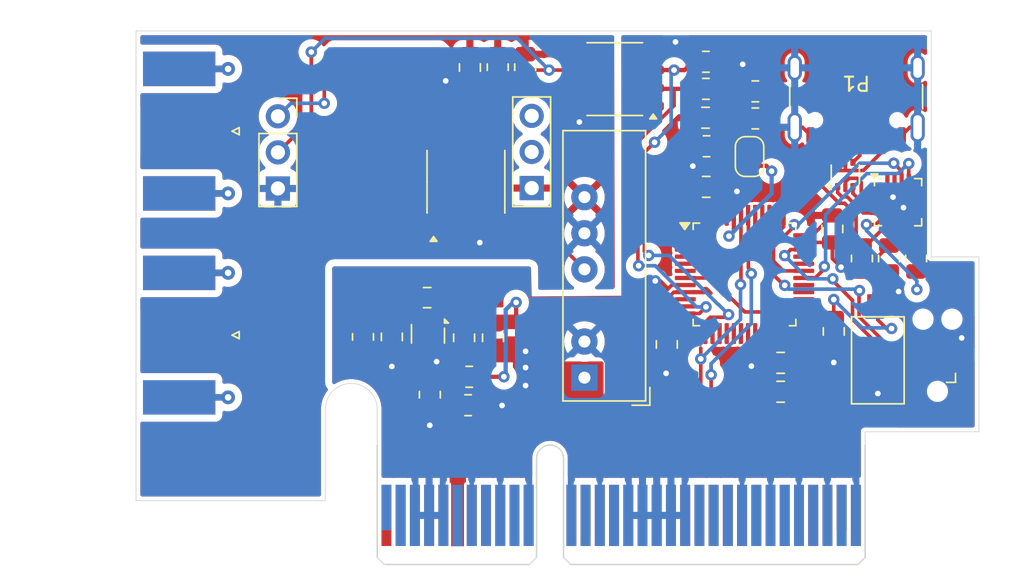
<source format=kicad_pcb>
(kicad_pcb (version 20240108) (generator "pcbnew") (generator_version "8.0")
  (layers (0 "F.Cu" mixed) (31 "B.Cu" mixed) (34 "B.Paste" user) (35 "F.Paste" user) (36 "B.SilkS" user "B.Silkscreen") (37 "F.SilkS" user "F.Silkscreen") (38 "B.Mask" user) (39 "F.Mask" user) (44 "Edge.Cuts" user))
  (net 0 "")
  (net 1 "GND")
  (net 2 "+5V")
  (net 3 "Net-(U7-Vin)")
  (net 4 "VSensor")
  (net 5 "+5V_ISO")
  (net 6 "GND_ISO")
  (net 7 "/NRST")
  (net 9 "/SWDIO")
  (net 10 "/SWCLK")
  (net 11 "Net-(J3-Ext)")
  (net 12 "Net-(J3-In)")
  (net 13 "Net-(J4-Ext)")
  (net 14 "Net-(J4-In)")
  (net 15 "/BOOT")
  (net 16 "Net-(U7-LX1)")
  (net 17 "Net-(U7-LX2)")
  (net 18 "Net-(P1-VCONN)")
  (net 19 "Net-(U2-VREGIN)")
  (net 20 "Net-(P1-CC)")
  (net 21 "Net-(P1-D+)")
  (net 22 "Net-(P1-D-)")
  (net 23 "-5V_ISO")
  (net 24 "Net-(U2-~{RST})")
  (net 25 "Net-(U2-VDD)")
  (net 26 "Net-(U2-VBUS)")
  (net 27 "Net-(U7-FB)")
  (net 28 "Net-(U7-MODE)")
  (net 29 "/LPUART1_TX")
  (net 30 "/LPUART1_RX")
  (net 31 "Net-(U5-RX{slash}SCL)")
  (net 32 "Net-(U5-TX{slash}SDA)")
  (net 64 "/UART2_TX")
  (net 65 "Net-(U2-D-)")
  (net 67 "/UART2_RX")
  (net 75 "Net-(U2-D+)")
  (net 77 "Net-(U4-D2)")
  (net 78 "/PRB_EN")
  (net 79 "Net-(U4-D1)")
  (net 80 "/PRB_SEL_A")
  (net 81 "/PRB_SEL_B")
  (net 82 "/BOOST_EN")
  (net 84 "/SensorConnector/SGPIO1")
  (net 85 "/SensorConnector/GPIO3")
  (net 86 "/SensorConnector/GPIO7")
  (net 87 "/SensorConnector/GPIO8")
  (net 88 "/SensorConnector/INT3")
  (net 89 "/SensorConnector/VBUS")
  (net 91 "/SensorConnector/VREF")
  (net 92 "/SensorConnector/SGPIO0")
  (net 93 "/SensorConnector/INT1")
  (net 95 "/SensorConnector/SGPIO2")
  (net 96 "/MOD_ID1")
  (net 97 "/SensorConnector/INT4")
  (net 98 "/SensorConnector/GPIO2")
  (net 99 "/SensorConnector/GPIO1")
  (net 100 "/SensorConnector/GPIO6")
  (net 101 "/I2C_SDA")
  (net 102 "/MOD_ID2")
  (net 103 "/SensorConnector/INT5")
  (net 104 "/SensorConnector/GPIO4")
  (net 105 "/MOD_ID3")
  (net 106 "/SensorConnector/INT6")
  (net 107 "/I2C_SCL")
  (net 109 "/SensorConnector/VAlways")
  (net 110 "/SensorConnector/INT2")
  (net 111 "/SensorConnector/GPIO5")
  (footprint "Capacitor_SMD:C_0805_2012Metric" (layer "F.Cu") (at 157.861 69.789 -90)
    (property "Reference" "C1" (hide yes))
    (property "Value" "100n")
  )
  (footprint "Connector:Tag-Connect_TC2030-IDC-NL_2x03_P1.27mm_Vertical" (layer "F.Cu") (at 191.135 71.0184 90)
    (property "Reference" "J2" (hide yes))
    (property "Value" "PROG")
  )
  (footprint "Inductor_SMD:L_0805_2012Metric_Pad1.15x1.40mm_HandSolder" (layer "F.Cu") (at 155.264 66.963)
    (property "Reference" "L1" (hide yes))
    (property "Value" "1uH @ 2.1A")
  )
  (footprint "Resistor_SMD:R_0805_2012Metric" (layer "F.Cu") (at 150.7528 69.7287 -90)
    (property "Reference" "R8" (hide yes))
    (property "Value" "27")
  )
  (footprint "Resistor_SMD:R_0805_2012Metric" (layer "F.Cu") (at 158.2185 72.5322)
    (property "Reference" "R6" (hide yes))
    (property "Value" "806k")
  )
  (footprint "Resistor_SMD:R_0805_2012Metric" (layer "F.Cu") (at 155.4518 73.7927 -90)
    (property "Reference" "R9" (hide yes))
    (property "Value" "10k")
  )
  (footprint "Capacitor_SMD:C_0805_2012Metric" (layer "F.Cu") (at 183.7436 62.1284 -90)
    (property "Reference" "C9" (hide yes))
    (property "Value" "100n")
  )
  (footprint "Capacitor_SMD:C_0805_2012Metric" (layer "F.Cu") (at 174.8813 59.1695)
    (property "Reference" "C7" (hide yes))
    (property "Value" "100n")
  )
  (footprint "Package_SO:SOIC-8_3.9x4.9mm_P1.27mm" (layer "F.Cu") (at 168.4528 51.5874 180)
    (property "Reference" "U6" (hide yes))
    (property "Value" "SI8600AB-B-IS")
  )
  (footprint "Converter_DCDC:Converter_DCDC_XP_POWER-IAxxxxS_THT" (layer "F.Cu") (at 166.3192 72.5932 180)
    (property "Reference" "PS1" (hide yes))
    (property "Value" "IA0505S")
  )
  (footprint "Resistor_SMD:R_0805_2012Metric" (layer "F.Cu") (at 189.6364 64.2093 -90)
    (property "Reference" "R3" (hide yes))
    (property "Value" "1k")
  )
  (footprint "Capacitor_SMD:C_0805_2012Metric" (layer "F.Cu") (at 158.2674 50.7746 -90)
    (property "Reference" "C5" (hide yes))
    (property "Value" "100n")
  )
  (footprint "Connector_Coaxial:SMA_Molex_73251-1153_EdgeMount_Horizontal" (layer "F.Cu") (at 139.55 55.25)
    (property "Reference" "J3" (hide yes))
    (property "Value" "PRB1")
  )
  (footprint "Capacitor_SMD:C_0805_2012Metric" (layer "F.Cu") (at 174.832 54.3052)
    (property "Reference" "C4" (hide yes))
    (property "Value" "100n")
  )
  (footprint "Resistor_SMD:R_0805_2012Metric" (layer "F.Cu") (at 187.7314 64.2093 90)
    (property "Reference" "R5" (hide yes))
    (property "Value" "47k5")
  )
  (footprint "Capacitor_SMD:C_0805_2012Metric" (layer "F.Cu") (at 183.8452 69.342 -90)
    (property "Reference" "C6" (hide yes))
    (property "Value" "100n")
  )
  (footprint "Resistor_SMD:R_0805_2012Metric" (layer "F.Cu") (at 178.3315 54.356 180)
    (property "Reference" "R2" (hide yes))
    (property "Value" "5k2")
  )
  (footprint "AtlasScientific:EZO_EZ" (layer "F.Cu") (at 144.8308 56.7436 90)
    (property "Reference" "U5" (hide yes))
    (property "Value" "EZO-EC™")
  )
  (footprint "Resistor_SMD:R_0805_2012Metric" (layer "F.Cu") (at 174.9044 56.3118)
    (property "Reference" "R14" (hide yes))
    (property "Value" "1k")
  )
  (footprint "Resistor_SMD:R_0805_2012Metric" (layer "F.Cu") (at 160.2232 50.7492 -90)
    (property "Reference" "R12" (hide yes))
    (property "Value" "3k")
  )
  (footprint "Capacitor_SMD:C_0805_2012Metric" (layer "F.Cu") (at 152.781 69.723 -90)
    (property "Reference" "C3" (hide yes))
    (property "Value" "22u")
  )
  (footprint "Resistor_SMD:R_0805_2012Metric" (layer "F.Cu") (at 185.8264 64.2093 90)
    (property "Reference" "R4" (hide yes))
    (property "Value" "22k1")
  )
  (footprint "Connector_Coaxial:SMA_Molex_73251-1153_EdgeMount_Horizontal" (layer "F.Cu") (at 139.55 69.6)
    (property "Reference" "J4" (hide yes))
    (property "Value" "PRB2")
  )
  (footprint "Connector_USB:USB_C_Receptacle_GCT_USB4105-xx-A_16P_TopMnt_Horizontal" (layer "F.Cu") (at 185.42 51.87 180)
    (property "Reference" "P1")
    (property "Value" "USB_C_Plug_USB2.0")
  )
  (footprint "Resistor_SMD:R_0805_2012Metric" (layer "F.Cu") (at 174.8555 52.2732 180)
    (property "Reference" "R10" (hide yes))
    (property "Value" "3k")
  )
  (footprint "Package_QFP:LQFP-48_7x7mm_P0.5mm" (layer "F.Cu") (at 177.5714 65.3288)
    (property "Reference" "U1" (hide yes))
    (property "Value" "STM32L010C6Tx")
  )
  (footprint "Connector_PCBEdge:BUS_PCIexpress_x4" (layer "F.Cu") (at 152.4 82.2872)
    (property "Reference" "U8" (hide yes))
    (property "Value" "PCIEx4")
    (fp_line (start -0.65 -4.95) (end -0.65 2.95) (stroke (width 0.1)) (layer "Edge.Cuts"))
    (fp_line (start -0.65 2.95) (end -0.15 3.45) (stroke (width 0.1)) (layer "Edge.Cuts"))
    (fp_line (start -0.15 3.45) (end 10.05 3.45) (stroke (width 0.1)) (layer "Edge.Cuts"))
    (fp_line (start 10.55 -4) (end 10.55 2.95) (stroke (width 0.1)) (layer "Edge.Cuts"))
    (fp_line (start 10.55 2.95) (end 10.05 3.45) (stroke (width 0.1)) (layer "Edge.Cuts"))
    (fp_line (start 12.45 -4) (end 12.45 2.95) (stroke (width 0.1)) (layer "Edge.Cuts"))
    (fp_line (start 12.45 2.95) (end 12.95 3.45) (stroke (width 0.1)) (layer "Edge.Cuts"))
    (fp_line (start 12.95 3.45) (end 33.15 3.45) (stroke (width 0.1)) (layer "Edge.Cuts"))
    (fp_line (start 33.65 -4.95) (end 33.65 2.95) (stroke (width 0.1)) (layer "Edge.Cuts"))
    (fp_line (start 33.65 2.95) (end 33.15 3.45) (stroke (width 0.1)) (layer "Edge.Cuts"))
    (fp_arc (start 10.55 -4) (mid 11.5 -4.95) (end 12.45 -4) (stroke (width 0.1)) (layer "Edge.Cuts"))
  )
  (footprint "Capacitor_SMD:C_0805_2012Metric" (layer "F.Cu") (at 180.1114 73.5838 180)
    (property "Reference" "C11" (hide yes))
    (property "Value" "4u7")
  )
  (footprint "Capacitor_SMD:C_0805_2012Metric" (layer "F.Cu") (at 180.1114 71.5518 180)
    (property "Reference" "C8" (hide yes))
    (property "Value" "100n")
  )
  (footprint "Jumper:SolderJumper-2_P1.3mm_Open_RoundedPad1.0x1.5mm" (layer "F.Cu") (at 177.927 57.038 90)
    (property "Reference" "JP1" (hide yes))
    (property "Value" "BOOT")
  )
  (footprint "Resistor_SMD:R_0805_2012Metric" (layer "F.Cu") (at 162.1536 50.7492 -90)
    (property "Reference" "R13" (hide yes))
    (property "Value" "3k")
  )
  (footprint "Button_Switch_SMD:SW_SPST_CK_RS282G05A3" (layer "F.Cu") (at 186.944 71.374 90)
    (property "Reference" "SW1" (hide yes))
    (property "Value" "RESET")
  )
  (footprint "Capacitor_SMD:C_0805_2012Metric" (layer "F.Cu") (at 159.893 69.789 -90)
    (property "Reference" "C2" (hide yes))
    (property "Value" "47u")
  )
  (footprint "Resistor_SMD:R_0805_2012Metric" (layer "F.Cu") (at 158.1423 74.5312 180)
    (property "Reference" "R7" (hide yes))
    (property "Value" "91k")
  )
  (footprint "Package_SO:TSSOP-16_4.4x5mm_P0.65mm" (layer "F.Cu") (at 157.9886 58.8087 90)
    (property "Reference" "U4" (hide yes))
    (property "Value" "TMUX6236")
  )
  (footprint "Package_TO_SOT_SMD:SOT-666" (layer "F.Cu") (at 184.658 58.293 90)
    (property "Reference" "U3" (hide yes))
    (property "Value" "USBLC6-2P6")
  )
  (footprint "Package_DFN_QFN:SiliconLabs_QFN-20-1EP_3x3mm_P0.5mm_EP1.8x1.8mm" (layer "F.Cu") (at 188.3664 60.2488)
    (property "Reference" "U2" (hide yes))
    (property "Value" "CP2102N-Axx-xQFN20")
  )
  (footprint "Resistor_SMD:R_0805_2012Metric" (layer "F.Cu") (at 174.8555 50.3682 180)
    (property "Reference" "R11" (hide yes))
    (property "Value" "3k")
  )
  (footprint "Capacitor_SMD:C_0805_2012Metric" (layer "F.Cu") (at 172.1104 70.2564 -90)
    (property "Reference" "C10" (hide yes))
    (property "Value" "100n")
  )
  (footprint "Resistor_SMD:R_0805_2012Metric" (layer "F.Cu") (at 178.3315 52.451 180)
    (property "Reference" "R1" (hide yes))
    (property "Value" "5k2")
  )
  (footprint "Package_TO_SOT_SMD:SOT-583-8" (layer "F.Cu") (at 155.321 69.513 -90)
    (property "Reference" "U7" (hide yes))
    (property "Value" "TPS631000")
  )
  (gr_line (start 186.05 76.4) (end 194.05 76.4) (stroke (width 0.05)) (layer "Edge.Cuts"))
  (gr_line (start 134.8 81.25) (end 148.1 81.25) (stroke (width 0.05)) (layer "Edge.Cuts"))
  (gr_line (start 194.05 76.4) (end 194.05 64.1) (stroke (width 0.05)) (layer "Edge.Cuts"))
  (gr_line (start 186.05 77.3372) (end 186.05 76.4) (stroke (width 0.05)) (layer "Edge.Cuts"))
  (gr_line (start 190.7 48.2) (end 134.8 48.2) (stroke (width 0.05)) (layer "Edge.Cuts"))
  (gr_line (start 190.7 64.1) (end 190.7 48.2) (stroke (width 0.05)) (layer "Edge.Cuts"))
  (gr_line (start 148.1 81.25) (end 148.1 74.825) (stroke (width 0.05)) (layer "Edge.Cuts"))
  (gr_line (start 194.05 64.1) (end 190.7 64.1) (stroke (width 0.05)) (layer "Edge.Cuts"))
  (gr_line (start 134.8 48.2) (end 134.8 81.25) (stroke (width 0.05)) (layer "Edge.Cuts"))
  (gr_arc (start 148.1 74.825) (mid 149.925 73) (end 151.75 74.825) (stroke (width 0.05)) (layer "Edge.Cuts"))
  (gr_line (start 151.75 74.825) (end 151.75 77.3372) (stroke (width 0.05)) (layer "Edge.Cuts"))
  (segment (start 186.944 74.8792) (end 186.944 73.7108) (width 0.254) (layer "F.Cu") (net 1))
  (segment (start 181.1 54.975) (end 181.645001 54.975) (width 0.254) (layer "F.Cu") (net 1))
  (segment (start 179.1614 71.5518) (end 178.2826 71.5518) (width 0.254) (layer "F.Cu") (net 1))
  (segment (start 173.9919 56.0953) (end 175.782 54.3052) (width 0.3) (layer "F.Cu") (net 1))
  (segment (start 188.405184 66.532201) (end 187.7314 65.858417) (width 0.254) (layer "F.Cu") (net 1))
  (segment (start 186.2368 59.9988) (end 185.7756 59.5376) (width 0.254) (layer "F.Cu") (net 1))
  (segment (start 175.3214 59.6794) (end 175.8313 59.1695) (width 0.254) (layer "F.Cu") (net 1))
  (segment (start 173.4089 66.0788) (end 172.458756 66.0788) (width 0.254) (layer "F.Cu") (net 1))
  (segment (start 181.645001 54.975) (end 182.22 55.549999) (width 0.254) (layer "F.Cu") (net 1))
  (segment (start 188.7474 60.6298) (end 188.3664 60.2488) (width 0.254) (layer "F.Cu") (net 1))
  (segment (start 172.202378 66.335178) (end 170.6372 67.900356) (width 0.254) (layer "F.Cu") (net 1))
  (segment (start 189.194999 54.975) (end 188.62 55.549999) (width 0.254) (layer "F.Cu") (net 1))
  (segment (start 170.6372 67.900356) (end 170.6372 70.8152) (width 0.254) (layer "F.Cu") (net 1))
  (segment (start 184.3532 64.8208) (end 183.7436 64.2112) (width 0.254) (layer "F.Cu") (net 1))
  (segment (start 171.0284 71.2064) (end 172.1104 71.2064) (width 0.254) (layer "F.Cu") (net 1))
  (segment (start 172.0596 71.2572) (end 172.1104 71.2064) (width 0.254) (layer "F.Cu") (net 1))
  (segment (start 170.6372 70.8152) (end 171.0284 71.2064) (width 0.254) (layer "F.Cu") (net 1))
  (segment (start 187.7314 65.858417) (end 187.7314 65.1218) (width 0.254) (layer "F.Cu") (net 1))
  (segment (start 181.7339 63.0788) (end 183.7432 63.0788) (width 0.254) (layer "F.Cu") (net 1))
  (segment (start 177.419 54.356) (end 177.419 52.451) (width 0.3) (layer "F.Cu") (net 1))
  (segment (start 173.9392 56.3645) (end 173.9919 56.3118) (width 0.3) (layer "F.Cu") (net 1))
  (segment (start 192.8368 69.7992) (end 192.786 69.7484) (width 0.254) (layer "F.Cu") (net 1))
  (segment (start 189.9164 60.9988) (end 189.1164 60.9988) (width 0.254) (layer "F.Cu") (net 1))
  (segment (start 177.419 52.451) (end 177.419 50.5714) (width 0.3) (layer "F.Cu") (net 1))
  (segment (start 186.816401 59.9988) (end 186.2368 59.9988) (width 0.254) (layer "F.Cu") (net 1))
  (segment (start 172.0596 72.2884) (end 172.0596 71.2572) (width 0.254) (layer "F.Cu") (net 1))
  (segment (start 172.458756 66.0788) (end 172.202378 66.335178) (width 0.254) (layer "F.Cu") (net 1))
  (segment (start 184.658 58.832872) (end 184.658 59.218) (width 0.254) (layer "F.Cu") (net 1))
  (segment (start 183.8452 71.5264) (end 183.8452 70.292) (width 0.254) (layer "F.Cu") (net 1))
  (segment (start 183.7432 63.0788) (end 183.7436 63.0784) (width 0.254) (layer "F.Cu") (net 1))
  (segment (start 178.2826 71.5518) (end 178.054 71.7804) (width 0.254) (layer "F.Cu") (net 1))
  (segment (start 179.8214 70.8918) (end 179.1614 71.5518) (width 0.254) (layer "F.Cu") (net 1))
  (segment (start 189.1164 60.9988) (end 188.7474 60.6298) (width 0.254) (layer "F.Cu") (net 1))
  (segment (start 155.571 71.1084) (end 155.571 70.253) (width 0.254) (layer "F.Cu") (net 1))
  (segment (start 185.7756 58.875472) (end 185.466128 58.566) (width 0.254) (layer "F.Cu") (net 1))
  (segment (start 189.74 54.975) (end 189.194999 54.975) (width 0.254) (layer "F.Cu") (net 1))
  (segment (start 177.419 50.5714) (end 177.4444 50.546) (width 0.3) (layer "F.Cu") (net 1))
  (segment (start 159.0548 74.5312) (end 160.5102 74.5312) (width 0.254) (layer "F.Cu") (net 1))
  (segment (start 160.5102 74.5312) (end 160.528 74.549) (width 0.254) (layer "F.Cu") (net 1))
  (segment (start 184.924872 58.566) (end 184.658 58.832872) (width 0.254) (layer "F.Cu") (net 1))
  (segment (start 187.3388 75.274) (end 186.944 74.8792) (width 0.254) (layer "F.Cu") (net 1))
  (segment (start 176.7207 59.1695) (end 177.038 59.4868) (width 0.254) (layer "F.Cu") (net 1))
  (segment (start 183.7436 64.2112) (end 183.7436 63.0784) (width 0.254) (layer "F.Cu") (net 1))
  (segment (start 152.781 71.8058) (end 152.781 70.673) (width 0.254) (layer "F.Cu") (net 1))
  (segment (start 171.6532 65.786) (end 171.2976 65.786) (width 0.254) (layer "F.Cu") (net 1))
  (segment (start 173.9919 56.3118) (end 173.9919 56.4813) (width 0.3) (layer "F.Cu") (net 1))
  (segment (start 173.9392 57.7088) (end 173.9392 56.3645) (width 0.3) (layer "F.Cu") (net 1))
  (segment (start 188.1164 59.9988) (end 188.3664 60.2488) (width 0.254) (layer "F.Cu") (net 1))
  (segment (start 155.448 74.709) (end 155.4518 74.7052) (width 0.254) (layer "F.Cu") (net 1))
  (segment (start 188.0108 59.8932) (end 188.1164 59.9988) (width 0.254) (layer "F.Cu") (net 1))
  (segment (start 170.9278 49.6824) (end 172.0088 49.6824) (width 0.3) (layer "F.Cu") (net 1))
  (segment (start 192.786 69.7484) (end 191.77 69.7484) (width 0.254) (layer "F.Cu") (net 1))
  (segment (start 172.0088 49.6824) (end 172.72 48.9712) (width 0.3) (layer "F.Cu") (net 1))
  (segment (start 175.8313 59.1695) (end 176.7207 59.1695) (width 0.254) (layer "F.Cu") (net 1))
  (segment (start 177.3682 54.3052) (end 177.419 54.356) (width 0.3) (layer "F.Cu") (net 1))
  (segment (start 185.466128 58.566) (end 184.924872 58.566) (width 0.254) (layer "F.Cu") (net 1))
  (segment (start 155.928 71.4654) (end 155.571 71.1084) (width 0.254) (layer "F.Cu") (net 1))
  (segment (start 185.7756 59.5376) (end 185.7756 58.875472) (width 0.254) (layer "F.Cu") (net 1))
  (segment (start 179.8214 69.4913) (end 179.8214 70.8918) (width 0.254) (layer "F.Cu") (net 1))
  (segment (start 155.448 75.946) (end 155.448 74.709) (width 0.254) (layer "F.Cu") (net 1))
  (segment (start 179.1614 71.5518) (end 179.1614 73.5838) (width 0.254) (layer "F.Cu") (net 1))
  (segment (start 172.202378 66.335178) (end 171.6532 65.786) (width 0.254) (layer "F.Cu") (net 1))
  (segment (start 175.3214 61.1663) (end 175.3214 59.6794) (width 0.254) (layer "F.Cu") (net 1))
  (segment (start 186.816401 59.9988) (end 188.1164 59.9988) (width 0.254) (layer "F.Cu") (net 1))
  (segment (start 173.9919 56.3118) (end 173.9919 56.0953) (width 0.3) (layer "F.Cu") (net 1))
  (via (at 162.179 70.739) (size 0.8) (drill 0.4) (layers "F.Cu" "B.Cu") (net 1))
  (via (at 160.528 74.549) (size 0.8) (drill 0.4) (layers "F.Cu" "B.Cu") (net 1))
  (via (at 177.038 59.4868) (size 0.8) (drill 0.4) (layers "F.Cu" "B.Cu") (net 1))
  (via (at 188.0108 59.8932) (size 0.8) (drill 0.4) (layers "F.Cu" "B.Cu") (net 1))
  (via (at 155.928 71.4654) (size 0.8) (drill 0.4) (layers "F.Cu" "B.Cu") (net 1))
  (via (at 184.3532 64.8208) (size 0.8) (drill 0.4) (layers "F.Cu" "B.Cu") (net 1))
  (via (at 162.179 73.152) (size 0.8) (drill 0.4) (layers "F.Cu" "B.Cu") (net 1))
  (via (at 188.405184 66.532201) (size 0.8) (drill 0.4) (layers "F.Cu" "B.Cu") (net 1))
  (via (at 162.179 71.882) (size 0.8) (drill 0.4) (layers "F.Cu" "B.Cu") (net 1))
  (via (at 183.8452 71.5264) (size 0.8) (drill 0.4) (layers "F.Cu" "B.Cu") (net 1))
  (via (at 192.8368 69.7992) (size 0.8) (drill 0.4) (layers "F.Cu" "B.Cu") (net 1))
  (via (at 172.0596 72.2884) (size 0.8) (drill 0.4) (layers "F.Cu" "B.Cu") (net 1))
  (via (at 177.4444 50.546) (size 0.8) (drill 0.4) (layers "F.Cu" "B.Cu") (net 1))
  (via (at 188.7474 60.6298) (size 0.8) (drill 0.4) (layers "F.Cu" "B.Cu") (net 1))
  (via (at 171.2976 65.786) (size 0.8) (drill 0.4) (layers "F.Cu" "B.Cu") (net 1))
  (via (at 172.72 48.9712) (size 0.8) (drill 0.4) (layers "F.Cu" "B.Cu") (net 1))
  (via (at 186.944 73.7108) (size 0.8) (drill 0.4) (layers "F.Cu" "B.Cu") (net 1))
  (via (at 155.448 75.946) (size 0.8) (drill 0.4) (layers "F.Cu" "B.Cu") (net 1))
  (via (at 173.9392 57.7088) (size 0.8) (drill 0.4) (layers "F.Cu" "B.Cu") (net 1))
  (via (at 178.054 71.7804) (size 0.8) (drill 0.4) (layers "F.Cu" "B.Cu") (net 1))
  (via (at 152.781 71.8058) (size 0.8) (drill 0.4) (layers "F.Cu" "B.Cu") (net 1))
  (segment (start 159.131 72.5322) (end 160.655 72.5322) (width 0.3) (layer "F.Cu") (net 2))
  (segment (start 160.655 72.5322) (end 160.6588 72.5284) (width 0.3) (layer "F.Cu") (net 2))
  (segment (start 161.5186 67.2998) (end 161.5186 68.9254) (width 0.3) (layer "F.Cu") (net 2))
  (via (at 161.5186 67.2998) (size 0.8) (drill 0.4) (layers "F.Cu" "B.Cu") (net 2))
  (via (at 160.6588 72.5284) (size 0.8) (drill 0.4) (layers "F.Cu" "B.Cu") (net 2))
  (segment (start 160.6588 72.5284) (end 160.782 72.4052) (width 0.3) (layer "B.Cu") (net 2))
  (segment (start 161.3002 67.2998) (end 161.5186 67.2998) (width 0.3) (layer "B.Cu") (net 2))
  (segment (start 160.782 72.4052) (end 160.782 67.818) (width 0.3) (layer "B.Cu") (net 2))
  (segment (start 160.782 67.818) (end 161.3002 67.2998) (width 0.3) (layer "B.Cu") (net 2))
  (segment (start 175.768 52.4192) (end 173.882 54.3052) (width 0.254) (layer "F.Cu") (net 4))
  (segment (start 174.8214 61.1663) (end 174.8214 60.0596) (width 0.254) (layer "F.Cu") (net 4))
  (segment (start 172.0088 67.170808) (end 172.0088 69.2048) (width 0.254) (layer "F.Cu") (net 4))
  (segment (start 182.3432 62.5788) (end 183.7436 61.1784) (width 0.254) (layer "F.Cu") (net 4))
  (segment (start 180.3214 70.8118) (end 181.0614 71.5518) (width 0.254) (layer "F.Cu") (net 4))
  (segment (start 175.768 52.2732) (end 175.768 52.4192) (width 0.254) (layer "F.Cu") (net 4))
  (segment (start 172.0088 69.2048) (end 172.1104 69.3064) (width 0.254) (layer "F.Cu") (net 4))
  (segment (start 180.3214 69.4913) (end 180.3214 70.8118) (width 0.254) (layer "F.Cu") (net 4))
  (segment (start 174.8214 61.1663) (end 173.9931 61.1663) (width 0.254) (layer "F.Cu") (net 4))
  (segment (start 173.4089 66.5788) (end 172.600808 66.5788) (width 0.254) (layer "F.Cu") (net 4))
  (segment (start 181.7339 62.5788) (end 182.3432 62.5788) (width 0.254) (layer "F.Cu") (net 4))
  (segment (start 174.8214 60.0596) (end 173.9313 59.1695) (width 0.254) (layer "F.Cu") (net 4))
  (segment (start 172.600808 66.5788) (end 172.0088 67.170808) (width 0.254) (layer "F.Cu") (net 4))
  (segment (start 173.9931 61.1663) (end 173.99 61.1632) (width 0.254) (layer "F.Cu") (net 4))
  (segment (start 181.0614 71.5518) (end 181.0614 73.5838) (width 0.254) (layer "F.Cu") (net 4))
  (segment (start 165.9778 54.5958) (end 165.9636 54.61) (width 0.254) (layer "F.Cu") (net 6))
  (segment (start 158.9636 63.0936) (end 158.9636 61.6712) (width 0.254) (layer "F.Cu") (net 6))
  (segment (start 158.2674 51.7246) (end 156.5758 51.7246) (width 0.3) (layer "F.Cu") (net 6))
  (segment (start 156.5758 51.7246) (end 156.5656 51.7144) (width 0.3) (layer "F.Cu") (net 6))
  (segment (start 165.9778 53.4924) (end 165.9778 54.5958) (width 0.254) (layer "F.Cu") (net 6))
  (via (at 156.5656 51.7144) (size 0.8) (drill 0.4) (layers "F.Cu" "B.Cu") (net 6))
  (via (at 158.9636 63.0936) (size 0.8) (drill 0.4) (layers "F.Cu" "B.Cu") (net 6))
  (via (at 165.9636 54.61) (size 0.8) (drill 0.4) (layers "F.Cu" "B.Cu") (net 6))
  (segment (start 192.7976 67.474) (end 193.623 68.2994) (width 0.254) (layer "F.Cu") (net 7))
  (segment (start 173.4089 65.5788) (end 175.2052 65.5788) (width 0.254) (layer "F.Cu") (net 7))
  (segment (start 186.944 67.474) (end 192.7976 67.474) (width 0.254) (layer "F.Cu") (net 7))
  (segment (start 187.5536 69.1388) (end 186.944 68.5292) (width 0.254) (layer "F.Cu") (net 7))
  (segment (start 175.2052 65.5788) (end 177.5968 67.9704) (width 0.254) (layer "F.Cu") (net 7))
  (segment (start 181.03013 68.891938) (end 183.345262 68.891938) (width 0.254) (layer "F.Cu") (net 7))
  (segment (start 193.04 71.0184) (end 191.77 71.0184) (width 0.254) (layer "F.Cu") (net 7))
  (segment (start 187.9092 69.1388) (end 187.5536 69.1388) (width 0.254) (layer "F.Cu") (net 7))
  (segment (start 180.108592 67.9704) (end 181.03013 68.891938) (width 0.254) (layer "F.Cu") (net 7))
  (segment (start 186.944 68.5292) (end 186.944 67.474) (width 0.254) (layer "F.Cu") (net 7))
  (segment (start 177.5968 67.9704) (end 180.108592 67.9704) (width 0.254) (layer "F.Cu") (net 7))
  (segment (start 193.623 70.4354) (end 193.04 71.0184) (width 0.254) (layer "F.Cu") (net 7))
  (segment (start 193.623 68.2994) (end 193.623 70.4354) (width 0.254) (layer "F.Cu") (net 7))
  (segment (start 183.345262 68.891938) (end 183.8452 68.392) (width 0.254) (layer "F.Cu") (net 7))
  (segment (start 183.8452 67.093897) (end 183.8452 68.392) (width 0.254) (layer "F.Cu") (net 7))
  (via (at 183.8452 67.093897) (size 0.8) (drill 0.4) (layers "F.Cu" "B.Cu") (net 7))
  (via (at 187.9092 69.1388) (size 0.8) (drill 0.4) (layers "F.Cu" "B.Cu") (net 7))
  (segment (start 183.8452 67.093897) (end 185.839303 69.088) (width 0.254) (layer "B.Cu") (net 7))
  (segment (start 187.9092 69.088) (end 187.9092 69.1388) (width 0.254) (layer "B.Cu") (net 7))
  (segment (start 185.839303 69.088) (end 187.9092 69.088) (width 0.254) (layer "B.Cu") (net 7))
  (segment (start 185.166 68.492052) (end 188.962348 72.2884) (width 0.254) (layer "F.Cu") (net 9))
  (segment (start 185.166 67.1576) (end 185.166 68.492052) (width 0.254) (layer "F.Cu") (net 9))
  (segment (start 183.779541 65.771141) (end 185.166 67.1576) (width 0.254) (layer "F.Cu") (net 9))
  (segment (start 181.7339 63.5788) (end 180.82 63.5788) (width 0.254) (layer "F.Cu") (net 9))
  (segment (start 180.82 63.5788) (end 180.3908 64.008) (width 0.254) (layer "F.Cu") (net 9))
  (segment (start 188.962348 72.2884) (end 190.5 72.2884) (width 0.254) (layer "F.Cu") (net 9))
  (segment (start 183.779541 65.639897) (end 183.779541 65.771141) (width 0.254) (layer "F.Cu") (net 9))
  (via (at 183.779541 65.639897) (size 0.8) (drill 0.4) (layers "F.Cu" "B.Cu") (net 9))
  (via (at 180.3908 64.008) (size 0.8) (drill 0.4) (layers "F.Cu" "B.Cu") (net 9))
  (segment (start 182.022697 65.639897) (end 183.779541 65.639897) (width 0.254) (layer "B.Cu") (net 9))
  (segment (start 180.3908 64.008) (end 182.022697 65.639897) (width 0.254) (layer "B.Cu") (net 9))
  (segment (start 185.6232 68.3072) (end 185.6232 66.494174) (width 0.254) (layer "F.Cu") (net 10))
  (segment (start 179.159 64.9098) (end 179.159 63.136792) (width 0.254) (layer "F.Cu") (net 10))
  (segment (start 180.345702 66.096502) (end 179.159 64.9098) (width 0.254) (layer "F.Cu") (net 10))
  (segment (start 179.159 63.136792) (end 180.3214 61.974392) (width 0.254) (layer "F.Cu") (net 10))
  (segment (start 185.6232 66.494174) (end 185.653154 66.46422) (width 0.254) (layer "F.Cu") (net 10))
  (segment (start 185.6232 68.3072) (end 188.3344 71.0184) (width 0.254) (layer "F.Cu") (net 10))
  (segment (start 188.3344 71.0184) (end 190.5 71.0184) (width 0.254) (layer "F.Cu") (net 10))
  (segment (start 180.396401 66.096502) (end 180.345702 66.096502) (width 0.254) (layer "F.Cu") (net 10))
  (segment (start 180.3214 61.974392) (end 180.3214 61.1663) (width 0.254) (layer "F.Cu") (net 10))
  (via (at 180.396401 66.096502) (size 0.8) (drill 0.4) (layers "F.Cu" "B.Cu") (net 10))
  (via (at 185.653154 66.46422) (size 0.8) (drill 0.4) (layers "F.Cu" "B.Cu") (net 10))
  (segment (start 185.653154 66.46422) (end 185.555831 66.366897) (width 0.254) (layer "B.Cu") (net 10))
  (segment (start 185.555831 66.366897) (end 180.666796 66.366897) (width 0.254) (layer "B.Cu") (net 10))
  (segment (start 180.666796 66.366897) (end 180.396401 66.096502) (width 0.254) (layer "B.Cu") (net 10))
  (segment (start 175.8169 56.3118) (end 177.1931 57.688) (width 0.3) (layer "F.Cu") (net 15))
  (segment (start 177.927 57.688) (end 179.1 57.688) (width 0.3) (layer "F.Cu") (net 15))
  (segment (start 177.1931 57.688) (end 177.927 57.688) (width 0.3) (layer "F.Cu") (net 15))
  (segment (start 176.4792 62.6364) (end 176.8214 62.2942) (width 0.3) (layer "F.Cu") (net 15))
  (segment (start 176.8214 62.2942) (end 176.8214 61.1663) (width 0.3) (layer "F.Cu") (net 15))
  (segment (start 179.1 57.688) (end 179.4764 58.0644) (width 0.3) (layer "F.Cu") (net 15))
  (via (at 179.4764 58.0644) (size 0.8) (drill 0.4) (layers "F.Cu" "B.Cu") (net 15))
  (via (at 176.4792 62.6364) (size 0.8) (drill 0.4) (layers "F.Cu" "B.Cu") (net 15))
  (segment (start 179.4764 58.0644) (end 179.4764 59.6392) (width 0.3) (layer "B.Cu") (net 15))
  (segment (start 179.4764 59.6392) (end 176.4792 62.6364) (width 0.3) (layer "B.Cu") (net 15))
  (segment (start 154.239 66.963) (end 155.071 67.795) (width 0.254) (layer "F.Cu") (net 16))
  (segment (start 155.071 67.795) (end 155.071 68.773) (width 0.254) (layer "F.Cu") (net 16))
  (segment (start 155.571 67.681) (end 155.571 68.773) (width 0.254) (layer "F.Cu") (net 17))
  (segment (start 156.289 66.963) (end 155.571 67.681) (width 0.254) (layer "F.Cu") (net 17))
  (segment (start 183.670001 53.825201) (end 183.670001 55.55) (width 0.254) (layer "F.Cu") (net 18))
  (segment (start 180.3108 53.2892) (end 183.134 53.2892) (width 0.254) (layer "F.Cu") (net 18))
  (segment (start 179.244 54.356) (end 180.3108 53.2892) (width 0.254) (layer "F.Cu") (net 18))
  (segment (start 183.134 53.2892) (end 183.670001 53.825201) (width 0.254) (layer "F.Cu") (net 18))
  (segment (start 183.0264 58.02) (end 183.02 58.0136) (width 0.254) (layer "F.Cu") (net 19))
  (segment (start 187.6164 61.7988) (end 186.1184 63.2968) (width 0.254) (layer "F.Cu") (net 19))
  (segment (start 183.02 55.55) (end 183.02 59.117645) (width 0.254) (layer "F.Cu") (net 19))
  (segment (start 186.1184 63.2968) (end 185.8264 63.2968) (width 0.254) (layer "F.Cu") (net 19))
  (segment (start 184.658 57.912) (end 184.658 57.368) (width 0.254) (layer "F.Cu") (net 19))
  (segment (start 185.417133 61.137637) (end 185.417133 62.887533) (width 0.254) (layer "F.Cu") (net 19))
  (segment (start 184.226355 60.324) (end 184.603496 60.324) (width 0.254) (layer "F.Cu") (net 19))
  (segment (start 183.02 59.117645) (end 184.226355 60.324) (width 0.254) (layer "F.Cu") (net 19))
  (segment (start 184.766 58.02) (end 185.924999 58.02) (width 0.254) (layer "F.Cu") (net 19))
  (segment (start 184.603496 60.324) (end 185.417133 61.137637) (width 0.254) (layer "F.Cu") (net 19))
  (segment (start 185.417133 62.887533) (end 185.8264 63.2968) (width 0.254) (layer "F.Cu") (net 19))
  (segment (start 184.766 58.02) (end 184.658 57.912) (width 0.254) (layer "F.Cu") (net 19))
  (segment (start 187.82 56.124999) (end 185.924999 58.02) (width 0.254) (layer "F.Cu") (net 19))
  (segment (start 187.82 55.55) (end 187.82 56.124999) (width 0.254) (layer "F.Cu") (net 19))
  (segment (start 184.766 58.02) (end 183.0264 58.02) (width 0.254) (layer "F.Cu") (net 19))
  (segment (start 184.216592 52.451) (end 186.67 54.904408) (width 0.254) (layer "F.Cu") (net 20))
  (segment (start 186.67 54.904408) (end 186.67 55.549999) (width 0.254) (layer "F.Cu") (net 20))
  (segment (start 179.244 52.451) (end 184.216592 52.451) (width 0.254) (layer "F.Cu") (net 20))
  (segment (start 185.678001 56.406011) (end 185.678 55.557999) (width 0.254) (layer "F.Cu") (net 21))
  (segment (start 185.678 56.9605) (end 185.678 56.406012) (width 0.254) (layer "F.Cu") (net 21))
  (segment (start 185.1955 57.443) (end 185.678 56.9605) (width 0.254) (layer "F.Cu") (net 21))
  (segment (start 185.678 56.406012) (end 185.678001 56.406011) (width 0.254) (layer "F.Cu") (net 21))
  (segment (start 184.46284 56.5912) (end 184.1205 56.93354) (width 0.254) (layer "F.Cu") (net 22))
  (segment (start 184.774392 56.5912) (end 184.46284 56.5912) (width 0.254) (layer "F.Cu") (net 22))
  (segment (start 185.170001 55.55) (end 185.170001 56.195591) (width 0.254) (layer "F.Cu") (net 22))
  (segment (start 184.1205 56.93354) (end 184.1205 57.443) (width 0.254) (layer "F.Cu") (net 22))
  (segment (start 185.170001 56.195591) (end 184.774392 56.5912) (width 0.254) (layer "F.Cu") (net 22))
  (segment (start 161.9527 60.6067) (end 158.68396 60.6067) (width 0.254) (layer "F.Cu") (net 23))
  (segment (start 158.68396 60.6067) (end 158.3136 60.97706) (width 0.254) (layer "F.Cu") (net 23))
  (segment (start 158.3136 60.97706) (end 158.3136 61.6712) (width 0.254) (layer "F.Cu") (net 23))
  (segment (start 166.3192 64.9732) (end 161.9527 60.6067) (width 0.254) (layer "F.Cu") (net 23))
  (segment (start 188.6164 61.798799) (end 188.6164 62.5528) (width 0.254) (layer "F.Cu") (net 24))
  (segment (start 188.6164 62.5528) (end 189.3604 63.2968) (width 0.254) (layer "F.Cu") (net 24))
  (segment (start 189.3604 63.2968) (end 189.6364 63.2968) (width 0.254) (layer "F.Cu") (net 24))
  (segment (start 186.144133 61.8236) (end 186.7916 61.8236) (width 0.254) (layer "F.Cu") (net 25))
  (segment (start 186.7916 61.8236) (end 187.1164 61.4988) (width 0.254) (layer "F.Cu") (net 25))
  (via (at 186.144133 61.8236) (size 0.8) (drill 0.4) (layers "F.Cu" "B.Cu") (net 25))
  (via (at 189.6872 66.3956) (size 0.8) (drill 0.4) (layers "F.Cu" "B.Cu") (net 25))
  (segment (start 186.144133 62.242933) (end 186.144133 61.8236) (width 0.254) (layer "B.Cu") (net 25))
  (segment (start 189.6872 66.3956) (end 189.6872 65.786) (width 0.254) (layer "B.Cu") (net 25))
  (segment (start 189.6872 65.786) (end 186.144133 62.242933) (width 0.254) (layer "B.Cu") (net 25))
  (segment (start 187.7314 63.2968) (end 185.9064 65.1218) (width 0.254) (layer "F.Cu") (net 26))
  (segment (start 188.1164 62.9118) (end 187.7314 63.2968) (width 0.254) (layer "F.Cu") (net 26))
  (segment (start 185.9064 65.1218) (end 185.8264 65.1218) (width 0.254) (layer "F.Cu") (net 26))
  (segment (start 188.1164 61.798799) (end 188.1164 62.9118) (width 0.254) (layer "F.Cu") (net 26))
  (segment (start 156.732 70.86) (end 156.125 70.253) (width 0.3) (layer "F.Cu") (net 27))
  (segment (start 157.306 72.5322) (end 157.306 74.3064) (width 0.3) (layer "F.Cu") (net 27))
  (segment (start 157.306 72.5322) (end 156.732 71.9582) (width 0.3) (layer "F.Cu") (net 27))
  (segment (start 156.732 71.9582) (end 156.732 70.86) (width 0.3) (layer "F.Cu") (net 27))
  (segment (start 157.306 72.5322) (end 157.348 72.4902) (width 0.3) (layer "F.Cu") (net 27))
  (segment (start 155.063001 71.318821) (end 155.063 71.31882) (width 0.254) (layer "F.Cu") (net 28))
  (segment (start 155.4518 72.8802) (end 155.063001 72.491401) (width 0.254) (layer "F.Cu") (net 28))
  (segment (start 155.063001 72.491401) (end 155.063001 71.318821) (width 0.254) (layer "F.Cu") (net 28))
  (segment (start 155.063 71.31882) (end 155.063001 70.260999) (width 0.254) (layer "F.Cu") (net 28))
  (segment (start 174.86315 67.616863) (end 174.401213 68.0788) (width 0.254) (layer "F.Cu") (net 29))
  (segment (start 173.943 52.2732) (end 172.6184 52.2732) (width 0.3) (layer "F.Cu") (net 29))
  (segment (start 172.6184 53.455536) (end 172.6184 52.2732) (width 0.254) (layer "F.Cu") (net 29))
  (segment (start 174.401213 68.0788) (end 173.4089 68.0788) (width 0.254) (layer "F.Cu") (net 29))
  (segment (start 170.1292 64.7192) (end 170.0784 64.6684) (width 0.254) (layer "F.Cu") (net 29))
  (segment (start 172.6184 52.2732) (end 170.9786 52.2732) (width 0.3) (layer "F.Cu") (net 29))
  (segment (start 170.0784 55.995536) (end 172.6184 53.455536) (width 0.254) (layer "F.Cu") (net 29))
  (segment (start 170.9786 52.2732) (end 170.9278 52.2224) (width 0.3) (layer "F.Cu") (net 29))
  (segment (start 170.0784 64.6684) (end 170.0784 55.995536) (width 0.254) (layer "F.Cu") (net 29))
  (via (at 170.1292 64.7192) (size 0.8) (drill 0.4) (layers "F.Cu" "B.Cu") (net 29))
  (via (at 174.86315 67.616863) (size 0.8) (drill 0.4) (layers "F.Cu" "B.Cu") (net 29))
  (segment (start 174.86315 67.616863) (end 174.195263 67.616863) (width 0.254) (layer "B.Cu") (net 29))
  (segment (start 171.2976 64.7192) (end 170.1292 64.7192) (width 0.254) (layer "B.Cu") (net 29))
  (segment (start 174.195263 67.616863) (end 171.2976 64.7192) (width 0.254) (layer "B.Cu") (net 29))
  (segment (start 170.8246 63.9922) (end 170.5324 63.7) (width 0.254) (layer "F.Cu") (net 30))
  (segment (start 175.160745 68.343863) (end 174.8214 68.683208) (width 0.254) (layer "F.Cu") (net 30))
  (segment (start 176.454348 68.155934) (end 176.266419 68.343863) (width 0.254) (layer "F.Cu") (net 30))
  (segment (start 172.6184 50.9524) (end 170.9278 50.9524) (width 0.3) (layer "F.Cu") (net 30))
  (segment (start 170.5324 63.7) (end 170.5324 56.7468) (width 0.254) (layer "F.Cu") (net 30))
  (segment (start 170.5324 56.7468) (end 171.2468 56.0324) (width 0.254) (layer "F.Cu") (net 30))
  (segment (start 173.943 50.3682) (end 173.3588 50.9524) (width 0.3) (layer "F.Cu") (net 30))
  (segment (start 176.266419 68.343863) (end 175.160745 68.343863) (width 0.254) (layer "F.Cu") (net 30))
  (segment (start 170.8404 63.9922) (end 170.8246 63.9922) (width 0.254) (layer "F.Cu") (net 30))
  (segment (start 174.8214 68.683208) (end 174.8214 69.4913) (width 0.254) (layer "F.Cu") (net 30))
  (segment (start 173.3588 50.9524) (end 172.6184 50.9524) (width 0.3) (layer "F.Cu") (net 30))
  (via (at 172.6184 50.9524) (size 0.8) (drill 0.4) (layers "F.Cu" "B.Cu") (net 30))
  (via (at 176.454348 68.155934) (size 0.8) (drill 0.4) (layers "F.Cu" "B.Cu") (net 30))
  (via (at 170.8404 63.9922) (size 0.8) (drill 0.4) (layers "F.Cu" "B.Cu") (net 30))
  (via (at 171.2468 56.0324) (size 0.8) (drill 0.4) (layers "F.Cu" "B.Cu") (net 30))
  (segment (start 171.2468 56.0324) (end 172.4152 54.864) (width 0.254) (layer "B.Cu") (net 30))
  (segment (start 176.454348 68.155934) (end 175.736167 67.437753) (width 0.254) (layer "B.Cu") (net 30))
  (segment (start 172.4152 54.864) (end 172.4152 51.1556) (width 0.254) (layer "B.Cu") (net 30))
  (segment (start 172.266621 63.9922) (end 170.8404 63.9922) (width 0.254) (layer "B.Cu") (net 30))
  (segment (start 175.712174 67.437753) (end 172.266621 63.9922) (width 0.254) (layer "B.Cu") (net 30))
  (segment (start 172.4152 51.1556) (end 172.6184 50.9524) (width 0.254) (layer "B.Cu") (net 30))
  (segment (start 175.736167 67.437753) (end 175.712174 67.437753) (width 0.254) (layer "B.Cu") (net 30))
  (segment (start 159.3107 50.7492) (end 160.2232 51.6617) (width 0.254) (layer "F.Cu") (net 31))
  (segment (start 157.3784 50.7492) (end 159.3107 50.7492) (width 0.254) (layer "F.Cu") (net 31))
  (segment (start 156.1084 49.4792) (end 157.3784 50.7492) (width 0.254) (layer "F.Cu") (net 31))
  (segment (start 165.6778 52.5224) (end 161.0839 52.5224) (width 0.254) (layer "F.Cu") (net 31))
  (segment (start 161.0839 52.5224) (end 160.2232 51.6617) (width 0.254) (layer "F.Cu") (net 31))
  (segment (start 148.0312 53.2892) (end 148.0312 50.1904) (width 0.254) (layer "F.Cu") (net 31))
  (segment (start 148.7424 49.4792) (end 156.1084 49.4792) (width 0.254) (layer "F.Cu") (net 31))
  (segment (start 148.0312 50.1904) (end 148.7424 49.4792) (width 0.254) (layer "F.Cu") (net 31))
  (segment (start 165.9778 52.2224) (end 165.6778 52.5224) (width 0.254) (layer "F.Cu") (net 31))
  (via (at 148.0312 53.2892) (size 0.8) (drill 0.4) (layers "F.Cu" "B.Cu") (net 31))
  (segment (start 144.7708 54.2036) (end 145.6852 53.2892) (width 0.254) (layer "B.Cu") (net 31))
  (segment (start 145.6852 53.2892) (end 148.0312 53.2892) (width 0.254) (layer "B.Cu") (net 31))
  (segment (start 147.1168 49.6824) (end 147.1168 54.3976) (width 0.254) (layer "F.Cu") (net 32))
  (segment (start 147.1168 54.3976) (end 144.7708 56.7436) (width 0.254) (layer "F.Cu") (net 32))
  (segment (start 162.8629 50.9524) (end 162.1536 51.6617) (width 0.254) (layer "F.Cu") (net 32))
  (segment (start 165.9778 50.9524) (end 162.8629 50.9524) (width 0.254) (layer "F.Cu") (net 32))
  (via (at 147.1168 49.6824) (size 0.8) (drill 0.4) (layers "F.Cu" "B.Cu") (net 32))
  (via (at 163.83 50.9524) (size 0.8) (drill 0.4) (layers "F.Cu" "B.Cu") (net 32))
  (segment (start 163.83 50.9524) (end 161.5948 48.7172) (width 0.254) (layer "B.Cu") (net 32))
  (segment (start 148.082 48.7172) (end 147.1168 49.6824) (width 0.254) (layer "B.Cu") (net 32))
  (segment (start 161.5948 48.7172) (end 148.9964 48.7172) (width 0.254) (layer "B.Cu") (net 32))
  (segment (start 148.9964 48.7172) (end 148.082 48.7172) (width 0.254) (layer "B.Cu") (net 32))
  (segment (start 189.1164 57.532266) (end 189.1164 58.6988) (width 0.254) (layer "F.Cu") (net 64))
  (segment (start 182.541992 65.5788) (end 181.7339 65.5788) (width 0.254) (layer "F.Cu") (net 64))
  (segment (start 182.9816 64.9732) (end 182.9816 65.139192) (width 0.254) (layer "F.Cu") (net 64))
  (segment (start 182.9816 65.139192) (end 182.541992 65.5788) (width 0.254) (layer "F.Cu") (net 64))
  (segment (start 183.1848 64.77) (end 182.9816 64.9732) (width 0.254) (layer "F.Cu") (net 64))
  (via (at 183.1848 64.77) (size 0.8) (drill 0.4) (layers "F.Cu" "B.Cu") (net 64))
  (via (at 189.1164 57.532266) (size 0.8) (drill 0.4) (layers "F.Cu" "B.Cu") (net 64))
  (segment (start 188.7886 57.806734) (end 188.362734 58.2326) (width 0.254) (layer "B.Cu") (net 64))
  (segment (start 183.2706 61.1282) (end 183.2706 64.6842) (width 0.254) (layer "B.Cu") (net 64))
  (segment (start 188.362734 58.2326) (end 186.1662 58.2326) (width 0.254) (layer "B.Cu") (net 64))
  (segment (start 188.841932 57.806734) (end 188.7886 57.806734) (width 0.254) (layer "B.Cu") (net 64))
  (segment (start 186.1662 58.2326) (end 183.2706 61.1282) (width 0.254) (layer "B.Cu") (net 64))
  (segment (start 189.1164 57.532266) (end 188.841932 57.806734) (width 0.254) (layer "B.Cu") (net 64))
  (segment (start 183.2706 64.6842) (end 183.1848 64.77) (width 0.254) (layer "B.Cu") (net 64))
  (segment (start 184.791548 59.87) (end 184.414408 59.87) (width 0.254) (layer "F.Cu") (net 65))
  (segment (start 184.414408 59.87) (end 184.1205 59.576092) (width 0.254) (layer "F.Cu") (net 65))
  (segment (start 185.920348 60.9988) (end 184.791548 59.87) (width 0.254) (layer "F.Cu") (net 65))
  (segment (start 186.8164 60.9988) (end 186.7514 61.0638) (width 0.254) (layer "F.Cu") (net 65))
  (segment (start 184.1205 59.576092) (end 184.1205 59.143) (width 0.254) (layer "F.Cu") (net 65))
  (segment (start 186.8164 60.9988) (end 185.920348 60.9988) (width 0.254) (layer "F.Cu") (net 65))
  (segment (start 179.613 64.3986) (end 180.2932 65.0788) (width 0.254) (layer "F.Cu") (net 67))
  (segment (start 181.071403 61.828801) (end 180.902808 61.997396) (width 0.254) (layer "F.Cu") (net 67))
  (segment (start 188.6164 58.0604) (end 188.0616 57.5056) (width 0.254) (layer "F.Cu") (net 67))
  (segment (start 179.613 63.391608) (end 179.613 64.3986) (width 0.254) (layer "F.Cu") (net 67))
  (segment (start 180.2932 65.0788) (end 181.7339 65.0788) (width 0.254) (layer "F.Cu") (net 67))
  (segment (start 180.902808 62.1018) (end 179.613 63.391608) (width 0.254) (layer "F.Cu") (net 67))
  (segment (start 180.902808 61.997396) (end 180.902808 62.1018) (width 0.254) (layer "F.Cu") (net 67))
  (segment (start 188.6164 58.698801) (end 188.6164 58.0604) (width 0.254) (layer "F.Cu") (net 67))
  (via (at 181.071403 61.828801) (size 0.8) (drill 0.4) (layers "F.Cu" "B.Cu") (net 67))
  (via (at 188.0616 57.5056) (size 0.8) (drill 0.4) (layers "F.Cu" "B.Cu") (net 67))
  (segment (start 185.674 57.5056) (end 181.350799 61.828801) (width 0.254) (layer "B.Cu") (net 67))
  (segment (start 188.0616 57.5056) (end 185.674 57.5056) (width 0.254) (layer "B.Cu") (net 67))
  (segment (start 181.350799 61.828801) (end 181.071403 61.828801) (width 0.254) (layer "B.Cu") (net 67))
  (segment (start 186.816401 60.4988) (end 186.062401 60.4988) (width 0.254) (layer "F.Cu") (net 75))
  (segment (start 186.062401 60.4988) (end 185.1955 59.631899) (width 0.254) (layer "F.Cu") (net 75))
  (segment (start 185.1955 59.631899) (end 185.1955 59.143) (width 0.254) (layer "F.Cu") (net 75))
  (segment (start 154.555001 71.977399) (end 154.555001 70.253) (width 0.254) (layer "F.Cu") (net 82))
  (segment (start 153.6954 72.837) (end 154.555001 71.977399) (width 0.254) (layer "F.Cu") (net 82))
  (segment (start 177.3214 61.1663) (end 177.3214 66.0106) (width 0.254) (layer "F.Cu") (net 101))
  (segment (start 174.498 76.1492) (end 171.4 79.2472) (width 0.254) (layer "F.Cu") (net 101))
  (segment (start 177.3214 66.0106) (end 177.292 66.04) (width 0.254) (layer "F.Cu") (net 101))
  (segment (start 174.498 70.5104) (end 174.498 76.1492) (width 0.254) (layer "F.Cu") (net 101))
  (segment (start 171.4 79.2472) (end 171.4 82.2872) (width 0.254) (layer "F.Cu") (net 101))
  (via (at 174.498 71.2724) (size 0.8) (drill 0.4) (layers "F.Cu" "B.Cu") (net 101))
  (via (at 177.292 66.04) (size 0.8) (drill 0.4) (layers "F.Cu" "B.Cu") (net 101))
  (segment (start 177.292 66.04) (end 177.292 68.4784) (width 0.254) (layer "B.Cu") (net 101))
  (segment (start 177.292 68.4784) (end 174.498 71.2724) (width 0.254) (layer "B.Cu") (net 101))
  (segment (start 172.4 78.889252) (end 175.225 76.064252) (width 0.254) (layer "F.Cu") (net 107))
  (segment (start 177.8444 64.8652) (end 177.8444 61.0616) (width 0.254) (layer "F.Cu") (net 107))
  (segment (start 178.0484 65.0692) (end 177.8444 64.8652) (width 0.254) (layer "F.Cu") (net 107))
  (segment (start 178.0484 65.278) (end 178.0484 65.0692) (width 0.254) (layer "F.Cu") (net 107))
  (segment (start 172.4 82.2872) (end 172.4 78.889252) (width 0.254) (layer "F.Cu") (net 107))
  (segment (start 175.225 76.064252) (end 175.225 71.628) (width 0.254) (layer "F.Cu") (net 107))
  (via (at 178.0484 65.278) (size 0.8) (drill 0.4) (layers "F.Cu" "B.Cu") (net 107))
  (via (at 175.225 72.39) (size 0.8) (drill 0.4) (layers "F.Cu" "B.Cu") (net 107))
  (segment (start 175.225 72.39) (end 175.225 71.6122) (width 0.254) (layer "B.Cu") (net 107))
  (segment (start 178.0484 68.7888) (end 178.0484 65.278) (width 0.254) (layer "B.Cu") (net 107))
  (segment (start 175.225 71.6122) (end 178.0484 68.7888) (width 0.254) (layer "B.Cu") (net 107))
  (zone (net 17) (net_name "Net-(U7-LX2)") (layer "F.Cu") (priority 1) (connect_pads yes (clearance 0.5)) (min_thickness 0.25) (fill yes (thermal_gap 0.5) (thermal_bridge_width 0.5))
    (polygon (pts (xy 155.4226 68.265) (xy 155.4226 67.249) (xy 155.4226 66.233) (xy 156.8958 66.233) (xy 156.8958 67.757) (xy 155.7274 68.1634) (xy 155.7274 69.1286) (xy 155.4226 69.1286)))
  )
  (zone (net 5) (net_name "+5V_ISO") (layer "F.Cu") (connect_pads (clearance 0.5)) (min_thickness 0.25) (fill yes (thermal_gap 0.5) (thermal_bridge_width 0.5))
    (polygon (pts (xy 168.91 48.26) (xy 168.9608 66.8782) (xy 162.6108 66.929) (xy 162.56 64.77) (xy 148.59 64.77) (xy 148.59 81.28) (xy 134.62 81.28) (xy 134.62 48.26)))
  )
  (zone (net 3) (net_name "Net-(U7-Vin)") (layer "F.Cu") (priority 2) (connect_pads yes (clearance 0.5)) (min_thickness 0.25) (fill yes (thermal_gap 0.5) (thermal_bridge_width 0.5))
    (polygon (pts (xy 154.7622 68.1634) (xy 149.9616 68.1634) (xy 149.9616 69.6874) (xy 153.6446 69.6874) (xy 154.3558 69.1286) (xy 154.7622 69.1286)))
  )
  (zone (net 16) (net_name "Net-(U7-LX1)") (layer "F.Cu") (priority 1) (connect_pads yes (clearance 0.5)) (min_thickness 0.25) (fill yes (thermal_gap 0.5) (thermal_bridge_width 0.5))
    (polygon (pts (xy 155.2194 68.265) (xy 155.2194 67.249) (xy 155.2194 66.233) (xy 153.6446 66.233) (xy 153.6446 67.757) (xy 154.9146 68.1634) (xy 154.9146 69.1286) (xy 155.2194 69.1286)))
  )
  (zone (net 4) (net_name "VSensor") (layer "F.Cu") (priority 6) (connect_pads yes (clearance 0.128)) (min_thickness 0.12) (fill yes (thermal_gap 0.5) (thermal_bridge_width 0.5))
    (polygon (pts (xy 156.845 84.455) (xy 156.845 77.343) (xy 157.988 77.343) (xy 157.988 84.455)))
  )
  (zone (net 1) (net_name "GND") (layer "F.Cu") (priority 3) (connect_pads yes (clearance 0.5)) (min_thickness 0.25) (fill yes (thermal_gap 0.5) (thermal_bridge_width 0.5))
    (polygon (pts (xy 163.0934 69.6874) (xy 156.9974 69.6874) (xy 156.4894 69.281) (xy 154.1526 69.281) (xy 153.6446 69.6874) (xy 151.765 69.6874) (xy 151.765 71.5162) (xy 154.0002 71.5162) (xy 154.0002 70.043) (xy 154.3558 69.6366) (xy 155.321 69.6366) (xy 155.321 70.6526) (xy 155.829 70.6526) (xy 155.829 69.6366) (xy 156.2862 69.6366) (xy 156.7942 70.043) (xy 156.7942 71.5162) (xy 161.29 71.5162) (xy 161.29 74.0562) (xy 163.0934 74.0562)))
  )
  (zone (net 2) (net_name "+5V") (layer "F.Cu") (priority 2) (connect_pads yes (clearance 0.5)) (min_thickness 0.25) (fill yes (thermal_gap 0.5) (thermal_bridge_width 0.5))
    (polygon (pts (xy 155.8798 68.1634) (xy 164.719 68.1482) (xy 164.719 71.4502) (xy 167.6654 71.4502) (xy 167.6654 74.1172) (xy 163.0934 74.168) (xy 163.0934 69.6874) (xy 156.9974 69.6874) (xy 156.2862 69.1286) (xy 155.8798 69.1286)))
  )
  (zone (net 4) (net_name "VSensor") (layer "F.Cu") (priority 1) (connect_pads (clearance 0.5)) (min_thickness 0.25) (fill yes (thermal_gap 0.5) (thermal_bridge_width 0.5))
    (polygon (pts (xy 168.91 48.26) (xy 190.627 48.133) (xy 190.627 64.135) (xy 194.056 64.135) (xy 194.056 76.454) (xy 186.055 76.454) (xy 186.055 84.582) (xy 151.638 84.582) (xy 151.638 74.295) (xy 148.59 74.295) (xy 148.59 64.77) (xy 162.56 64.77) (xy 162.6108 66.8782) (xy 168.9608 66.8274)))
  )
  (zone (net 6) (net_name "GND_ISO") (layer "B.Cu") (connect_pads (clearance 0.5)) (min_thickness 0.25) (fill yes (thermal_gap 0.5) (thermal_bridge_width 0.5))
    (polygon (pts (xy 168.91 48.26) (xy 168.91 66.8782) (xy 162.56 66.8782) (xy 162.56 64.77) (xy 148.59 64.77) (xy 148.59 81.28) (xy 134.62 81.28) (xy 134.62 48.26)))
  )
  (zone (net 1) (net_name "GND") (layer "B.Cu") (priority 4) (connect_pads (clearance 0.5)) (min_thickness 0.25) (fill yes (thermal_gap 0.5) (thermal_bridge_width 0.5))
    (polygon (pts (xy 168.91 48.26) (xy 190.627 48.133) (xy 190.627 64.135) (xy 194.056 64.135) (xy 194.056 76.454) (xy 186.055 76.454) (xy 186.055 84.709) (xy 151.638 84.709) (xy 151.638 74.295) (xy 148.59 74.295) (xy 148.59 64.77) (xy 162.56 64.77) (xy 162.56 66.929) (xy 168.91 66.8782)))
  )
)
</source>
